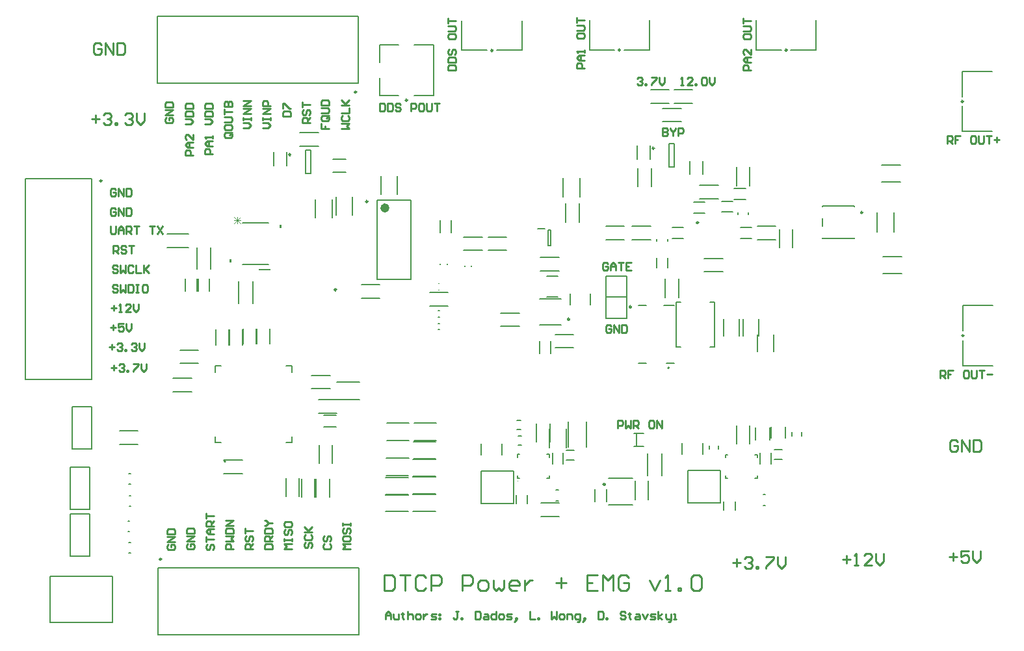
<source format=gto>
G04*
G04 #@! TF.GenerationSoftware,Altium Limited,Altium Designer,23.8.1 (32)*
G04*
G04 Layer_Color=65535*
%FSLAX25Y25*%
%MOIN*%
G70*
G04*
G04 #@! TF.SameCoordinates,9FE1DFA8-D547-43E1-8EB2-FABD993C7150*
G04*
G04*
G04 #@! TF.FilePolarity,Positive*
G04*
G01*
G75*
%ADD10C,0.02362*%
%ADD11C,0.00984*%
%ADD12C,0.00787*%
%ADD13C,0.01004*%
%ADD14C,0.00394*%
%ADD15C,0.00500*%
%ADD16C,0.00600*%
%ADD17C,0.01000*%
%ADD18C,0.00300*%
%ADD19R,0.05906X0.00787*%
G36*
X307550Y291392D02*
X306550D01*
Y289892D01*
X307550D01*
Y291392D01*
D02*
G37*
G36*
X332450Y309108D02*
X333450D01*
Y307608D01*
X332450D01*
Y309108D01*
D02*
G37*
D10*
X387457Y317839D02*
G03*
X387457Y317839I-1181J0D01*
G01*
D11*
X377516Y321185D02*
G03*
X377516Y321185I-492J0D01*
G01*
X512626Y267102D02*
G03*
X512626Y267102I-492J0D01*
G01*
X397854Y373146D02*
G03*
X397854Y373146I-492J0D01*
G01*
X241146Y331736D02*
G03*
X241146Y331736I-492J0D01*
G01*
X480953Y260760D02*
G03*
X480953Y260760I-492J0D01*
G01*
X338043Y345240D02*
G03*
X338043Y345240I-492J0D01*
G01*
X631272Y315520D02*
G03*
X631272Y315520I-492J0D01*
G01*
X524425Y348480D02*
G03*
X524425Y348480I-492J0D01*
G01*
X441614Y398657D02*
G03*
X441614Y398657I-492J0D01*
G01*
X506992Y398870D02*
G03*
X506992Y398870I-492J0D01*
G01*
X682862Y372500D02*
G03*
X682862Y372500I-492J0D01*
G01*
X592492Y398870D02*
G03*
X592492Y398870I-492J0D01*
G01*
X683150Y252378D02*
G03*
X683150Y252378I-492J0D01*
G01*
X271756Y137654D02*
G03*
X271756Y137654I-492J0D01*
G01*
X371728Y377346D02*
G03*
X371728Y377346I-492J0D01*
G01*
X499244Y176000D02*
G03*
X499244Y176000I-492J0D01*
G01*
X361429Y275945D02*
G03*
X361429Y275945I-492J0D01*
G01*
D12*
X532150Y235784D02*
G03*
X532150Y235784I-394J0D01*
G01*
X304630Y187787D02*
G03*
X304630Y187787I-394J0D01*
G01*
X382339Y281224D02*
X399661D01*
X382339Y321776D02*
X399661D01*
Y281224D02*
Y321776D01*
X382339Y281224D02*
Y321776D01*
X499693Y261354D02*
Y282850D01*
X510205D01*
Y261354D02*
Y282850D01*
X499693Y261354D02*
X510205D01*
X499693Y272102D02*
X510205D01*
X577366Y244169D02*
Y252831D01*
X585634Y244169D02*
Y252831D01*
X569866Y252169D02*
Y260831D01*
X578134Y252169D02*
Y260831D01*
X568134Y252169D02*
Y260831D01*
X559866Y252169D02*
Y260831D01*
X411260Y375508D02*
Y401492D01*
X401398Y375508D02*
X411260D01*
X383740D02*
X393327D01*
X383740Y401492D02*
X393327D01*
X401398D02*
X411260D01*
X383740Y375508D02*
Y384465D01*
Y392535D02*
Y401492D01*
X473520Y252961D02*
X483001D01*
X473520Y246039D02*
X483001D01*
X409259Y267539D02*
X418741D01*
X409259Y274461D02*
X418741D01*
X357961Y169499D02*
Y178980D01*
X351039Y169499D02*
Y178980D01*
X386779Y162059D02*
X398221D01*
X386779Y170941D02*
X398221D01*
X522961Y328759D02*
Y338241D01*
X516039Y328759D02*
Y338241D01*
X466259Y159539D02*
X475741D01*
X466259Y166461D02*
X475741D01*
X343539Y169499D02*
Y178980D01*
X350461Y169499D02*
Y178980D01*
X386779Y170559D02*
X398221D01*
X386779Y179441D02*
X398221D01*
X387028Y180559D02*
X398470D01*
X387028Y189441D02*
X398470D01*
X387279Y189559D02*
X398721D01*
X387279Y198441D02*
X398721D01*
X387279Y198559D02*
X398721D01*
X387279Y207441D02*
X398721D01*
X400779Y170941D02*
X412221D01*
X400779Y162059D02*
X412221D01*
X400779Y179941D02*
X412221D01*
X400779Y171059D02*
X412221D01*
X400779Y188941D02*
X412221D01*
X400779Y180059D02*
X412221D01*
X401279Y207441D02*
X412721D01*
X401279Y198559D02*
X412721D01*
X401028Y197941D02*
X412470D01*
X401028Y189059D02*
X412470D01*
X214496Y128791D02*
X246504D01*
Y105209D02*
Y128791D01*
X214496Y105209D02*
X246504D01*
X214496D02*
Y128791D01*
X547759Y329461D02*
X557241D01*
X547759Y322539D02*
X557241D01*
X549999Y285039D02*
X559480D01*
X549999Y291961D02*
X559480D01*
X303759Y188461D02*
X313241D01*
X303759Y181539D02*
X313241D01*
X413902Y275728D02*
X414098D01*
X413902Y279272D02*
X414098D01*
X595126Y200992D02*
Y202937D01*
X599874Y200992D02*
Y202937D01*
X311334Y268964D02*
Y280036D01*
X318666Y268964D02*
Y280036D01*
X327346Y248039D02*
Y255961D01*
X320654Y248039D02*
Y255961D01*
X515220Y195949D02*
Y202051D01*
X514138Y195653D02*
X518862D01*
X514138Y202346D02*
X518862D01*
X201874Y332976D02*
X236126D01*
X201874Y230024D02*
Y332976D01*
Y230024D02*
X236126D01*
Y332976D01*
X335539Y169759D02*
Y179241D01*
X342461Y169759D02*
Y179241D01*
X250259Y196539D02*
X259741D01*
X250259Y203461D02*
X259741D01*
X528320Y180627D02*
Y191698D01*
X520989Y180627D02*
Y191698D01*
X226016Y215748D02*
X236016D01*
Y194252D02*
Y215748D01*
X226016Y194252D02*
X236016D01*
X226016D02*
Y215748D01*
X414728Y288902D02*
Y289098D01*
X418272Y288902D02*
Y289098D01*
X427228Y287902D02*
Y288098D01*
X430772Y287902D02*
Y288098D01*
X465488Y271193D02*
X476512D01*
X465488Y257807D02*
X476512D01*
X471453Y243350D02*
Y249650D01*
X465547Y243350D02*
Y249650D01*
X481284Y268146D02*
Y273854D01*
X491716Y268146D02*
Y273854D01*
X445759Y263961D02*
X455241D01*
X445759Y257039D02*
X455241D01*
X469146Y282716D02*
X474854D01*
X469146Y272284D02*
X474854D01*
X225016Y184748D02*
X235016D01*
Y163252D02*
Y184748D01*
X225016Y163252D02*
X235016D01*
X225016D02*
Y184748D01*
Y160748D02*
X235016D01*
Y139252D02*
Y160748D01*
X225016Y139252D02*
X235016D01*
X225016D02*
Y160748D01*
X466020Y285539D02*
X475501D01*
X466020Y292461D02*
X475501D01*
X345622Y347504D02*
X348378D01*
Y335496D02*
Y347504D01*
X345622Y335496D02*
X348378D01*
X345622D02*
Y347504D01*
X255106Y181658D02*
X255894D01*
X255106Y176342D02*
X255894D01*
X255142Y170158D02*
X255929D01*
X255142Y164842D02*
X255929D01*
X254642Y157158D02*
X255429D01*
X254642Y151842D02*
X255429D01*
X535697Y246445D02*
X538020D01*
X552980D02*
X555303D01*
Y269555D01*
X535697D02*
X538020D01*
X552980D02*
X555303D01*
X535697Y246445D02*
Y269555D01*
X610504Y318748D02*
X627000D01*
Y302252D02*
Y302528D01*
Y318472D02*
Y318748D01*
X610504Y302252D02*
X627000D01*
X610504D02*
Y302528D01*
Y308472D02*
Y312528D01*
Y318472D02*
Y318748D01*
X435535Y166035D02*
X452465D01*
Y182965D01*
X435535D02*
X452465D01*
X435535Y166035D02*
Y182965D01*
X454350Y179189D02*
X455433D01*
X469410D02*
X470492D01*
X454350Y191394D02*
X455433D01*
X469410D02*
X470492D01*
X454350Y179189D02*
Y180567D01*
Y190016D02*
Y191394D01*
X470492Y179189D02*
Y180567D01*
Y190016D02*
Y191394D01*
X454493Y196126D02*
X456437D01*
X454493Y200874D02*
X456437D01*
X453993Y204126D02*
X455937D01*
X453993Y208874D02*
X455937D01*
X435685Y191146D02*
Y196854D01*
X446315Y191146D02*
Y196854D01*
X470961Y197759D02*
Y207241D01*
X464039Y197759D02*
Y207241D01*
X453547Y166335D02*
Y170665D01*
X459453Y166335D02*
Y170665D01*
X480456Y195331D02*
Y208159D01*
X489544Y195331D02*
Y208159D01*
X479457Y188500D02*
X483394D01*
X479457Y193500D02*
X483394D01*
X477702Y186461D02*
Y192259D01*
X472298Y186461D02*
Y192259D01*
X479331Y194716D02*
Y204395D01*
X470669Y194716D02*
Y204395D01*
X474051Y167646D02*
X475232D01*
X474051Y173354D02*
X475232D01*
X350768Y312752D02*
Y322248D01*
X359232Y312752D02*
Y322248D01*
X384268Y324752D02*
Y334248D01*
X392732Y324752D02*
Y334248D01*
X361268Y314193D02*
Y323689D01*
X369732Y314193D02*
Y323689D01*
X566539Y329259D02*
Y338741D01*
X573461Y329259D02*
Y338741D01*
X530039Y271999D02*
Y281480D01*
X536961Y271999D02*
Y281480D01*
X577259Y301539D02*
X586741D01*
X577259Y308461D02*
X586741D01*
X512999Y301539D02*
X522480D01*
X512999Y308461D02*
X522480D01*
X588539Y297520D02*
Y307001D01*
X595461Y297520D02*
Y307001D01*
X522499Y371539D02*
X531980D01*
X522499Y378461D02*
X531980D01*
X534520D02*
X544001D01*
X534520Y371539D02*
X544001D01*
X361779Y228441D02*
X373221D01*
X361779Y219559D02*
X373221D01*
X531256Y287350D02*
Y292350D01*
X525744Y287350D02*
Y292350D01*
X558914Y321202D02*
X564711D01*
X558914Y315798D02*
X564711D01*
X544601Y320702D02*
X550399D01*
X544601Y315298D02*
X550399D01*
X565414Y327702D02*
X571211D01*
X565414Y322298D02*
X571211D01*
X572756Y314508D02*
Y315492D01*
X567244Y314508D02*
Y315492D01*
X568601Y307702D02*
X574399D01*
X568601Y302298D02*
X574399D01*
X533601Y307702D02*
X539399D01*
X533601Y302298D02*
X539399D01*
X531256Y300965D02*
Y301949D01*
X525744Y300965D02*
Y301949D01*
X499499Y301539D02*
X508980D01*
X499499Y308461D02*
X508980D01*
X439259Y296039D02*
X448741D01*
X439259Y302961D02*
X448741D01*
X413803Y261925D02*
X414197D01*
X413803Y265075D02*
X414197D01*
X413803Y255425D02*
X414197D01*
X413803Y258575D02*
X414197D01*
X426759Y296039D02*
X436241D01*
X426759Y302961D02*
X436241D01*
X374259Y278461D02*
X383741D01*
X374259Y271539D02*
X383741D01*
X641567Y284071D02*
X651434D01*
X641567Y292929D02*
X651434D01*
X522346Y342819D02*
Y349905D01*
X515654Y342819D02*
Y349905D01*
X532004Y338736D02*
Y350744D01*
Y338736D02*
X534760D01*
Y350744D01*
X532004D02*
X534760D01*
X549358Y335076D02*
Y341966D01*
X542654Y335055D02*
Y341945D01*
X335846Y339457D02*
Y346543D01*
X329153Y339457D02*
Y346543D01*
X359534Y342858D02*
X366424D01*
X359555Y336154D02*
X366445D01*
X296453Y275350D02*
Y281650D01*
X290547Y275350D02*
Y281650D01*
X414547Y305350D02*
Y311650D01*
X420453Y305350D02*
Y311650D01*
X277752Y223630D02*
X287248D01*
X277752Y230370D02*
X287248D01*
X359370Y186774D02*
Y196270D01*
X352630Y186774D02*
Y196270D01*
X281252Y238130D02*
X290748D01*
X281252Y244870D02*
X290748D01*
X306653Y247539D02*
Y255461D01*
X313347Y247539D02*
Y255461D01*
X313653Y248039D02*
Y255961D01*
X320346Y248039D02*
Y255961D01*
X354850Y211453D02*
X361150D01*
X354850Y205547D02*
X361150D01*
X352252Y219370D02*
X361748D01*
X352252Y212630D02*
X361748D01*
X289953Y275350D02*
Y281650D01*
X284047Y275350D02*
Y281650D01*
X348774Y231870D02*
X358270D01*
X348774Y225130D02*
X358270D01*
X255106Y146158D02*
X255894D01*
X255106Y140842D02*
X255894D01*
X299654Y247539D02*
Y255461D01*
X306347Y247539D02*
Y255461D01*
X425768Y398697D02*
X438760D01*
X425768D02*
Y413854D01*
X456476Y398697D02*
Y413854D01*
X443484Y398697D02*
X456476D01*
X491146Y398909D02*
X504138D01*
X491146D02*
Y414067D01*
X521854Y398909D02*
Y414067D01*
X508862Y398909D02*
X521854D01*
X682409Y374862D02*
Y387854D01*
X697567D01*
X682409Y357146D02*
X697567D01*
X682409D02*
Y370138D01*
X576646Y398909D02*
X589638D01*
X576646D02*
Y414067D01*
X607354Y398909D02*
Y414067D01*
X594362Y398909D02*
X607354D01*
X682697Y254740D02*
Y267732D01*
X697854D01*
X682697Y237024D02*
X697854D01*
X682697D02*
Y250016D01*
X270024Y98874D02*
Y133126D01*
Y98874D02*
X372976D01*
Y133126D01*
X270024D02*
X372976D01*
X372476Y381874D02*
Y416126D01*
X269524D02*
X372476D01*
X269524Y381874D02*
Y416126D01*
Y381874D02*
X372476D01*
X477768Y323693D02*
Y333189D01*
X486232Y323693D02*
Y333189D01*
X464693Y307224D02*
X468433D01*
X469811Y298563D02*
Y306437D01*
Y298563D02*
X471189D01*
Y306437D01*
X469811D02*
X471189D01*
X647429Y305567D02*
Y315434D01*
X638571Y305567D02*
Y315434D01*
X640906Y331071D02*
X650772D01*
X640906Y339929D02*
X650772D01*
X501016Y165370D02*
X513221D01*
X501016Y179150D02*
X513221D01*
X274708Y304567D02*
X285780D01*
X274708Y297433D02*
X285780D01*
X499953Y167095D02*
Y173394D01*
X494047Y167095D02*
Y173394D01*
X521370Y168230D02*
Y177726D01*
X514630Y168230D02*
Y177726D01*
X479039Y310661D02*
Y320339D01*
X485961Y310661D02*
Y320339D01*
X528759Y362039D02*
X538241D01*
X528759Y368961D02*
X538241D01*
X561008Y179106D02*
X562090D01*
X576067D02*
X577150D01*
X561008Y191311D02*
X562090D01*
X576067D02*
X577150D01*
X561008Y179106D02*
Y180484D01*
Y189933D02*
Y191311D01*
X577150Y179106D02*
Y180484D01*
Y189933D02*
Y191311D01*
X584260Y199757D02*
Y205663D01*
X591740Y199757D02*
Y205663D01*
X549315Y191646D02*
Y197354D01*
X538685Y191646D02*
Y197354D01*
X552626Y194028D02*
Y195972D01*
X557374Y194028D02*
Y195972D01*
X342759Y349539D02*
X352241D01*
X342759Y356461D02*
X352241D01*
X583543Y198803D02*
Y205102D01*
X576457Y198803D02*
Y205102D01*
X573461Y196759D02*
Y206241D01*
X566539Y196759D02*
Y206241D01*
X289933Y286464D02*
Y297536D01*
X297067Y286464D02*
Y297536D01*
X541535Y166370D02*
Y183299D01*
X558465D01*
Y166370D02*
Y183299D01*
X541535Y166370D02*
X558465D01*
X580268Y165146D02*
X581449D01*
X580268Y170854D02*
X581449D01*
X586031Y189000D02*
X589968D01*
X586031Y194000D02*
X589968D01*
X584202Y186461D02*
Y192259D01*
X578798Y186461D02*
Y192259D01*
X560047Y162835D02*
Y167165D01*
X565953Y162835D02*
Y167165D01*
D13*
X547110Y310311D02*
G03*
X547110Y310311I-502J0D01*
G01*
D14*
X454547Y177614D02*
G03*
X454547Y177614I-197J0D01*
G01*
X561205Y177532D02*
G03*
X561205Y177532I-197J0D01*
G01*
D15*
X516465Y238138D02*
X520224D01*
X530776D02*
X534535D01*
X516465Y267862D02*
X520224D01*
X529437D02*
X534535D01*
X338685Y233653D02*
Y236764D01*
X299315Y233653D02*
Y236764D01*
X338685Y197394D02*
Y200504D01*
X299315Y197394D02*
Y200504D01*
X335575Y236764D02*
X338685D01*
X299315D02*
X302425D01*
X335575Y197394D02*
X338685D01*
X299315D02*
X302425D01*
D16*
X313400Y288750D02*
X326600D01*
X313400Y310250D02*
X326600D01*
D17*
X502166Y257332D02*
X501499Y257999D01*
X500166D01*
X499500Y257332D01*
Y254666D01*
X500166Y254000D01*
X501499D01*
X502166Y254666D01*
Y255999D01*
X500833D01*
X503499Y254000D02*
Y257999D01*
X506165Y254000D01*
Y257999D01*
X507497D02*
Y254000D01*
X509497D01*
X510163Y254666D01*
Y257332D01*
X509497Y257999D01*
X507497D01*
X500666Y289332D02*
X499999Y289999D01*
X498666D01*
X498000Y289332D01*
Y286666D01*
X498666Y286000D01*
X499999D01*
X500666Y286666D01*
Y287999D01*
X499333D01*
X501999Y286000D02*
Y288666D01*
X503332Y289999D01*
X504665Y288666D01*
Y286000D01*
Y287999D01*
X501999D01*
X505997Y289999D02*
X508663D01*
X507330D01*
Y286000D01*
X512662Y289999D02*
X509996D01*
Y286000D01*
X512662D01*
X509996Y287999D02*
X511329D01*
X564500Y135999D02*
X568499D01*
X566499Y137998D02*
Y134000D01*
X570498Y137998D02*
X571498Y138998D01*
X573497D01*
X574497Y137998D01*
Y136999D01*
X573497Y135999D01*
X572497D01*
X573497D01*
X574497Y134999D01*
Y134000D01*
X573497Y133000D01*
X571498D01*
X570498Y134000D01*
X576496Y133000D02*
Y134000D01*
X577496D01*
Y133000D01*
X576496D01*
X581495Y138998D02*
X585493D01*
Y137998D01*
X581495Y134000D01*
Y133000D01*
X587493Y138998D02*
Y134999D01*
X589492Y133000D01*
X591491Y134999D01*
Y138998D01*
X386500Y106833D02*
Y109499D01*
X387833Y110832D01*
X389166Y109499D01*
Y106833D01*
Y108832D01*
X386500D01*
X390499Y109499D02*
Y107499D01*
X391165Y106833D01*
X393164D01*
Y109499D01*
X395164Y110165D02*
Y109499D01*
X394497D01*
X395830D01*
X395164D01*
Y107499D01*
X395830Y106833D01*
X397830Y110832D02*
Y106833D01*
Y108832D01*
X398496Y109499D01*
X399829D01*
X400495Y108832D01*
Y106833D01*
X402495D02*
X403828D01*
X404494Y107499D01*
Y108832D01*
X403828Y109499D01*
X402495D01*
X401828Y108832D01*
Y107499D01*
X402495Y106833D01*
X405827Y109499D02*
Y106833D01*
Y108166D01*
X406494Y108832D01*
X407160Y109499D01*
X407827D01*
X409826Y106833D02*
X411825D01*
X412492Y107499D01*
X411825Y108166D01*
X410492D01*
X409826Y108832D01*
X410492Y109499D01*
X412492D01*
X413825D02*
X414491D01*
Y108832D01*
X413825D01*
Y109499D01*
Y107499D02*
X414491D01*
Y106833D01*
X413825D01*
Y107499D01*
X423821Y110832D02*
X422488D01*
X423155D01*
Y107499D01*
X422488Y106833D01*
X421822D01*
X421156Y107499D01*
X425154Y106833D02*
Y107499D01*
X425821D01*
Y106833D01*
X425154D01*
X432485Y110832D02*
Y106833D01*
X434484D01*
X435151Y107499D01*
Y110165D01*
X434484Y110832D01*
X432485D01*
X437150Y109499D02*
X438483D01*
X439150Y108832D01*
Y106833D01*
X437150D01*
X436484Y107499D01*
X437150Y108166D01*
X439150D01*
X443148Y110832D02*
Y106833D01*
X441149D01*
X440483Y107499D01*
Y108832D01*
X441149Y109499D01*
X443148D01*
X445148Y106833D02*
X446481D01*
X447147Y107499D01*
Y108832D01*
X446481Y109499D01*
X445148D01*
X444481Y108832D01*
Y107499D01*
X445148Y106833D01*
X448480D02*
X450479D01*
X451146Y107499D01*
X450479Y108166D01*
X449147D01*
X448480Y108832D01*
X449147Y109499D01*
X451146D01*
X453145Y106167D02*
X453812Y106833D01*
Y107499D01*
X453145D01*
Y106833D01*
X453812D01*
X453145Y106167D01*
X452479Y105500D01*
X460476Y110832D02*
Y106833D01*
X463142D01*
X464475D02*
Y107499D01*
X465141D01*
Y106833D01*
X464475D01*
X471806Y110832D02*
Y106833D01*
X473139Y108166D01*
X474472Y106833D01*
Y110832D01*
X476471Y106833D02*
X477804D01*
X478470Y107499D01*
Y108832D01*
X477804Y109499D01*
X476471D01*
X475805Y108832D01*
Y107499D01*
X476471Y106833D01*
X479803D02*
Y109499D01*
X481803D01*
X482469Y108832D01*
Y106833D01*
X485135Y105500D02*
X485801D01*
X486468Y106167D01*
Y109499D01*
X484468D01*
X483802Y108832D01*
Y107499D01*
X484468Y106833D01*
X486468D01*
X488467Y106167D02*
X489134Y106833D01*
Y107499D01*
X488467D01*
Y106833D01*
X489134D01*
X488467Y106167D01*
X487801Y105500D01*
X495798Y110832D02*
Y106833D01*
X497797D01*
X498464Y107499D01*
Y110165D01*
X497797Y110832D01*
X495798D01*
X499797Y106833D02*
Y107499D01*
X500463D01*
Y106833D01*
X499797D01*
X509794Y110165D02*
X509127Y110832D01*
X507794D01*
X507128Y110165D01*
Y109499D01*
X507794Y108832D01*
X509127D01*
X509794Y108166D01*
Y107499D01*
X509127Y106833D01*
X507794D01*
X507128Y107499D01*
X511793Y110165D02*
Y109499D01*
X511127D01*
X512459D01*
X511793D01*
Y107499D01*
X512459Y106833D01*
X515125Y109499D02*
X516458D01*
X517125Y108832D01*
Y106833D01*
X515125D01*
X514459Y107499D01*
X515125Y108166D01*
X517125D01*
X518457Y109499D02*
X519790Y106833D01*
X521123Y109499D01*
X522456Y106833D02*
X524455D01*
X525122Y107499D01*
X524455Y108166D01*
X523123D01*
X522456Y108832D01*
X523123Y109499D01*
X525122D01*
X526455Y106833D02*
Y110832D01*
Y108166D02*
X528454Y109499D01*
X526455Y108166D02*
X528454Y106833D01*
X530454Y109499D02*
Y107499D01*
X531120Y106833D01*
X533119D01*
Y106167D01*
X532453Y105500D01*
X531786D01*
X533119Y106833D02*
Y109499D01*
X534452Y106833D02*
X535785D01*
X535119D01*
Y109499D01*
X534452D01*
X671000Y230500D02*
Y234499D01*
X672999D01*
X673666Y233832D01*
Y232499D01*
X672999Y231833D01*
X671000D01*
X672333D02*
X673666Y230500D01*
X677665Y234499D02*
X674999D01*
Y232499D01*
X676332D01*
X674999D01*
Y230500D01*
X684996Y234499D02*
X683663D01*
X682996Y233832D01*
Y231166D01*
X683663Y230500D01*
X684996D01*
X685662Y231166D01*
Y233832D01*
X684996Y234499D01*
X686995D02*
Y231166D01*
X687661Y230500D01*
X688994D01*
X689661Y231166D01*
Y234499D01*
X690993D02*
X693659D01*
X692326D01*
Y230500D01*
X694992Y232499D02*
X697658D01*
X674500Y351000D02*
Y354999D01*
X676499D01*
X677166Y354332D01*
Y352999D01*
X676499Y352333D01*
X674500D01*
X675833D02*
X677166Y351000D01*
X681165Y354999D02*
X678499D01*
Y352999D01*
X679832D01*
X678499D01*
Y351000D01*
X688495Y354999D02*
X687163D01*
X686496Y354332D01*
Y351666D01*
X687163Y351000D01*
X688495D01*
X689162Y351666D01*
Y354332D01*
X688495Y354999D01*
X690495D02*
Y351666D01*
X691161Y351000D01*
X692494D01*
X693161Y351666D01*
Y354999D01*
X694493D02*
X697159D01*
X695826D01*
Y351000D01*
X698492Y352999D02*
X701158D01*
X699825Y354332D02*
Y351666D01*
X574000Y388500D02*
X570001D01*
Y390499D01*
X570668Y391166D01*
X572001D01*
X572667Y390499D01*
Y388500D01*
X574000Y392499D02*
X571334D01*
X570001Y393832D01*
X571334Y395164D01*
X574000D01*
X572001D01*
Y392499D01*
X574000Y399163D02*
Y396497D01*
X571334Y399163D01*
X570668D01*
X570001Y398497D01*
Y397164D01*
X570668Y396497D01*
X570001Y406494D02*
Y405161D01*
X570668Y404495D01*
X573334D01*
X574000Y405161D01*
Y406494D01*
X573334Y407161D01*
X570668D01*
X570001Y406494D01*
Y408494D02*
X573334D01*
X574000Y409160D01*
Y410493D01*
X573334Y411159D01*
X570001D01*
Y412492D02*
Y415158D01*
Y413825D01*
X574000D01*
X488500Y389500D02*
X484501D01*
Y391499D01*
X485168Y392166D01*
X486501D01*
X487167Y391499D01*
Y389500D01*
X488500Y393499D02*
X485834D01*
X484501Y394832D01*
X485834Y396164D01*
X488500D01*
X486501D01*
Y393499D01*
X488500Y397497D02*
Y398830D01*
Y398164D01*
X484501D01*
X485168Y397497D01*
X484501Y406828D02*
Y405495D01*
X485168Y404828D01*
X487834D01*
X488500Y405495D01*
Y406828D01*
X487834Y407494D01*
X485168D01*
X484501Y406828D01*
Y408827D02*
X487834D01*
X488500Y409494D01*
Y410826D01*
X487834Y411493D01*
X484501D01*
Y412826D02*
Y415492D01*
Y414159D01*
X488500D01*
X418501Y388500D02*
X422500D01*
Y390499D01*
X421834Y391166D01*
X419168D01*
X418501Y390499D01*
Y388500D01*
Y392499D02*
X422500D01*
Y394498D01*
X421834Y395164D01*
X419168D01*
X418501Y394498D01*
Y392499D01*
X419168Y399163D02*
X418501Y398497D01*
Y397164D01*
X419168Y396497D01*
X419834D01*
X420501Y397164D01*
Y398497D01*
X421167Y399163D01*
X421834D01*
X422500Y398497D01*
Y397164D01*
X421834Y396497D01*
X418501Y406494D02*
Y405161D01*
X419168Y404495D01*
X421834D01*
X422500Y405161D01*
Y406494D01*
X421834Y407161D01*
X419168D01*
X418501Y406494D01*
Y408494D02*
X421834D01*
X422500Y409160D01*
Y410493D01*
X421834Y411159D01*
X418501D01*
Y412492D02*
Y415158D01*
Y413825D01*
X422500D01*
X383500Y371499D02*
Y367500D01*
X385499D01*
X386166Y368166D01*
Y370832D01*
X385499Y371499D01*
X383500D01*
X387499D02*
Y367500D01*
X389498D01*
X390164Y368166D01*
Y370832D01*
X389498Y371499D01*
X387499D01*
X394163Y370832D02*
X393497Y371499D01*
X392164D01*
X391497Y370832D01*
Y370166D01*
X392164Y369499D01*
X393497D01*
X394163Y368833D01*
Y368166D01*
X393497Y367500D01*
X392164D01*
X391497Y368166D01*
X399495Y367500D02*
Y371499D01*
X401494D01*
X402161Y370832D01*
Y369499D01*
X401494Y368833D01*
X399495D01*
X405493Y371499D02*
X404160D01*
X403494Y370832D01*
Y368166D01*
X404160Y367500D01*
X405493D01*
X406159Y368166D01*
Y370832D01*
X405493Y371499D01*
X407492D02*
Y368166D01*
X408159Y367500D01*
X409492D01*
X410158Y368166D01*
Y371499D01*
X411491D02*
X414157D01*
X412824D01*
Y367500D01*
X386000Y129497D02*
Y121500D01*
X389999D01*
X391332Y122833D01*
Y128165D01*
X389999Y129497D01*
X386000D01*
X393997D02*
X399329D01*
X396663D01*
Y121500D01*
X407326Y128165D02*
X405994Y129497D01*
X403328D01*
X401995Y128165D01*
Y122833D01*
X403328Y121500D01*
X405994D01*
X407326Y122833D01*
X409992Y121500D02*
Y129497D01*
X413991D01*
X415324Y128165D01*
Y125499D01*
X413991Y124166D01*
X409992D01*
X425987Y121500D02*
Y129497D01*
X429986D01*
X431319Y128165D01*
Y125499D01*
X429986Y124166D01*
X425987D01*
X435317Y121500D02*
X437983D01*
X439316Y122833D01*
Y125499D01*
X437983Y126832D01*
X435317D01*
X433985Y125499D01*
Y122833D01*
X435317Y121500D01*
X441982Y126832D02*
Y122833D01*
X443315Y121500D01*
X444648Y122833D01*
X445981Y121500D01*
X447313Y122833D01*
Y126832D01*
X453978Y121500D02*
X451312D01*
X449979Y122833D01*
Y125499D01*
X451312Y126832D01*
X453978D01*
X455311Y125499D01*
Y124166D01*
X449979D01*
X457977Y126832D02*
Y121500D01*
Y124166D01*
X459310Y125499D01*
X460642Y126832D01*
X461975D01*
X473972Y125499D02*
X479303D01*
X476637Y128165D02*
Y122833D01*
X495298Y129497D02*
X489966D01*
Y121500D01*
X495298D01*
X489966Y125499D02*
X492632D01*
X497964Y121500D02*
Y129497D01*
X500630Y126832D01*
X503295Y129497D01*
Y121500D01*
X511293Y128165D02*
X509960Y129497D01*
X507294D01*
X505961Y128165D01*
Y122833D01*
X507294Y121500D01*
X509960D01*
X511293Y122833D01*
Y125499D01*
X508627D01*
X521956Y126832D02*
X524622Y121500D01*
X527288Y126832D01*
X529953Y121500D02*
X532619D01*
X531286D01*
Y129497D01*
X529953Y128165D01*
X536618Y121500D02*
Y122833D01*
X537951D01*
Y121500D01*
X536618D01*
X543282Y128165D02*
X544615Y129497D01*
X547281D01*
X548614Y128165D01*
Y122833D01*
X547281Y121500D01*
X544615D01*
X543282Y122833D01*
Y128165D01*
X679999Y197998D02*
X678999Y198998D01*
X677000D01*
X676000Y197998D01*
Y194000D01*
X677000Y193000D01*
X678999D01*
X679999Y194000D01*
Y195999D01*
X677999D01*
X681998Y193000D02*
Y198998D01*
X685997Y193000D01*
Y198998D01*
X687996D02*
Y193000D01*
X690995D01*
X691995Y194000D01*
Y197998D01*
X690995Y198998D01*
X687996D01*
X675500Y138999D02*
X679499D01*
X677499Y140998D02*
Y137000D01*
X685497Y141998D02*
X681498D01*
Y138999D01*
X683497Y139999D01*
X684497D01*
X685497Y138999D01*
Y137000D01*
X684497Y136000D01*
X682498D01*
X681498Y137000D01*
X687496Y141998D02*
Y137999D01*
X689496Y136000D01*
X691495Y137999D01*
Y141998D01*
X621000Y137499D02*
X624999D01*
X622999Y139498D02*
Y135500D01*
X626998Y134500D02*
X628997D01*
X627998D01*
Y140498D01*
X626998Y139498D01*
X635995Y134500D02*
X631996D01*
X635995Y138499D01*
Y139498D01*
X634996Y140498D01*
X632996D01*
X631996Y139498D01*
X637994Y140498D02*
Y136499D01*
X639994Y134500D01*
X641993Y136499D01*
Y140498D01*
X240999Y401498D02*
X239999Y402498D01*
X238000D01*
X237000Y401498D01*
Y397500D01*
X238000Y396500D01*
X239999D01*
X240999Y397500D01*
Y399499D01*
X238999D01*
X242998Y396500D02*
Y402498D01*
X246997Y396500D01*
Y402498D01*
X248996D02*
Y396500D01*
X251995D01*
X252995Y397500D01*
Y401498D01*
X251995Y402498D01*
X248996D01*
X236000Y363499D02*
X239999D01*
X237999Y365498D02*
Y361500D01*
X241998Y365498D02*
X242998Y366498D01*
X244997D01*
X245997Y365498D01*
Y364499D01*
X244997Y363499D01*
X243997D01*
X244997D01*
X245997Y362499D01*
Y361500D01*
X244997Y360500D01*
X242998D01*
X241998Y361500D01*
X247996Y360500D02*
Y361500D01*
X248996D01*
Y360500D01*
X247996D01*
X252994Y365498D02*
X253994Y366498D01*
X255994D01*
X256993Y365498D01*
Y364499D01*
X255994Y363499D01*
X254994D01*
X255994D01*
X256993Y362499D01*
Y361500D01*
X255994Y360500D01*
X253994D01*
X252994Y361500D01*
X258993Y366498D02*
Y362499D01*
X260992Y360500D01*
X262991Y362499D01*
Y366498D01*
X275168Y145166D02*
X274501Y144499D01*
Y143166D01*
X275168Y142500D01*
X277834D01*
X278500Y143166D01*
Y144499D01*
X277834Y145166D01*
X276501D01*
Y143833D01*
X278500Y146499D02*
X274501D01*
X278500Y149164D01*
X274501D01*
Y150497D02*
X278500D01*
Y152497D01*
X277834Y153163D01*
X275168D01*
X274501Y152497D01*
Y150497D01*
X285168Y145666D02*
X284501Y144999D01*
Y143667D01*
X285168Y143000D01*
X287834D01*
X288500Y143667D01*
Y144999D01*
X287834Y145666D01*
X286501D01*
Y144333D01*
X288500Y146999D02*
X284501D01*
X288500Y149664D01*
X284501D01*
Y150997D02*
X288500D01*
Y152997D01*
X287834Y153663D01*
X285168D01*
X284501Y152997D01*
Y150997D01*
X295275Y145202D02*
X294609Y144535D01*
Y143202D01*
X295275Y142536D01*
X295942D01*
X296608Y143202D01*
Y144535D01*
X297275Y145202D01*
X297941D01*
X298608Y144535D01*
Y143202D01*
X297941Y142536D01*
X294609Y146535D02*
Y149200D01*
Y147868D01*
X298608D01*
Y150533D02*
X295942D01*
X294609Y151866D01*
X295942Y153199D01*
X298608D01*
X296608D01*
Y150533D01*
X298608Y154532D02*
X294609D01*
Y156532D01*
X295275Y157198D01*
X296608D01*
X297275Y156532D01*
Y154532D01*
Y155865D02*
X298608Y157198D01*
X294609Y158531D02*
Y161197D01*
Y159864D01*
X298608D01*
X308500Y143000D02*
X304501D01*
Y144999D01*
X305168Y145666D01*
X306501D01*
X307167Y144999D01*
Y143000D01*
X304501Y146999D02*
X308500D01*
X307167Y148332D01*
X308500Y149664D01*
X304501D01*
Y150997D02*
X308500D01*
Y152997D01*
X307834Y153663D01*
X305168D01*
X304501Y152997D01*
Y150997D01*
X308500Y154996D02*
X304501D01*
X308500Y157662D01*
X304501D01*
X318500Y143000D02*
X314501D01*
Y144999D01*
X315168Y145666D01*
X316501D01*
X317167Y144999D01*
Y143000D01*
Y144333D02*
X318500Y145666D01*
X315168Y149664D02*
X314501Y148998D01*
Y147665D01*
X315168Y146999D01*
X315834D01*
X316501Y147665D01*
Y148998D01*
X317167Y149664D01*
X317834D01*
X318500Y148998D01*
Y147665D01*
X317834Y146999D01*
X314501Y150997D02*
Y153663D01*
Y152330D01*
X318500D01*
X324501Y143000D02*
X328500D01*
Y144999D01*
X327834Y145666D01*
X325168D01*
X324501Y144999D01*
Y143000D01*
X328500Y146999D02*
X324501D01*
Y148998D01*
X325168Y149664D01*
X326501D01*
X327167Y148998D01*
Y146999D01*
Y148332D02*
X328500Y149664D01*
X324501Y150997D02*
X328500D01*
Y152997D01*
X327834Y153663D01*
X325168D01*
X324501Y152997D01*
Y150997D01*
Y154996D02*
X325168D01*
X326501Y156329D01*
X325168Y157662D01*
X324501D01*
X326501Y156329D02*
X328500D01*
X338500Y143000D02*
X334501D01*
X335834Y144333D01*
X334501Y145666D01*
X338500D01*
X334501Y146999D02*
Y148332D01*
Y147665D01*
X338500D01*
Y146999D01*
Y148332D01*
X335168Y152997D02*
X334501Y152330D01*
Y150997D01*
X335168Y150331D01*
X335834D01*
X336501Y150997D01*
Y152330D01*
X337167Y152997D01*
X337834D01*
X338500Y152330D01*
Y150997D01*
X337834Y150331D01*
X334501Y156329D02*
Y154996D01*
X335168Y154330D01*
X337834D01*
X338500Y154996D01*
Y156329D01*
X337834Y156995D01*
X335168D01*
X334501Y156329D01*
X345668Y146166D02*
X345001Y145499D01*
Y144167D01*
X345668Y143500D01*
X346334D01*
X347001Y144167D01*
Y145499D01*
X347667Y146166D01*
X348334D01*
X349000Y145499D01*
Y144167D01*
X348334Y143500D01*
X345668Y150164D02*
X345001Y149498D01*
Y148165D01*
X345668Y147499D01*
X348334D01*
X349000Y148165D01*
Y149498D01*
X348334Y150164D01*
X345001Y151497D02*
X349000D01*
X347667D01*
X345001Y154163D01*
X347001Y152164D01*
X349000Y154163D01*
X355168Y145666D02*
X354501Y144999D01*
Y143667D01*
X355168Y143000D01*
X357834D01*
X358500Y143667D01*
Y144999D01*
X357834Y145666D01*
X355168Y149664D02*
X354501Y148998D01*
Y147665D01*
X355168Y146999D01*
X355834D01*
X356501Y147665D01*
Y148998D01*
X357167Y149664D01*
X357834D01*
X358500Y148998D01*
Y147665D01*
X357834Y146999D01*
X368500Y143000D02*
X364501D01*
X365834Y144333D01*
X364501Y145666D01*
X368500D01*
X364501Y148998D02*
Y147665D01*
X365168Y146999D01*
X367834D01*
X368500Y147665D01*
Y148998D01*
X367834Y149664D01*
X365168D01*
X364501Y148998D01*
X365168Y153663D02*
X364501Y152997D01*
Y151664D01*
X365168Y150997D01*
X365834D01*
X366501Y151664D01*
Y152997D01*
X367167Y153663D01*
X367834D01*
X368500Y152997D01*
Y151664D01*
X367834Y150997D01*
X364501Y154996D02*
Y156329D01*
Y155663D01*
X368500D01*
Y154996D01*
Y156329D01*
X246000Y235999D02*
X248666D01*
X247333Y237332D02*
Y234666D01*
X249999Y237332D02*
X250665Y237999D01*
X251998D01*
X252664Y237332D01*
Y236666D01*
X251998Y235999D01*
X251332D01*
X251998D01*
X252664Y235333D01*
Y234666D01*
X251998Y234000D01*
X250665D01*
X249999Y234666D01*
X253997Y234000D02*
Y234666D01*
X254664D01*
Y234000D01*
X253997D01*
X257330Y237999D02*
X259996D01*
Y237332D01*
X257330Y234666D01*
Y234000D01*
X261328Y237999D02*
Y235333D01*
X262661Y234000D01*
X263994Y235333D01*
Y237999D01*
X245000Y246499D02*
X247666D01*
X246333Y247832D02*
Y245166D01*
X248999Y247832D02*
X249665Y248499D01*
X250998D01*
X251664Y247832D01*
Y247166D01*
X250998Y246499D01*
X250332D01*
X250998D01*
X251664Y245833D01*
Y245166D01*
X250998Y244500D01*
X249665D01*
X248999Y245166D01*
X252997Y244500D02*
Y245166D01*
X253664D01*
Y244500D01*
X252997D01*
X256330Y247832D02*
X256996Y248499D01*
X258329D01*
X258996Y247832D01*
Y247166D01*
X258329Y246499D01*
X257663D01*
X258329D01*
X258996Y245833D01*
Y245166D01*
X258329Y244500D01*
X256996D01*
X256330Y245166D01*
X260328Y248499D02*
Y245833D01*
X261661Y244500D01*
X262994Y245833D01*
Y248499D01*
X245500Y256499D02*
X248166D01*
X246833Y257832D02*
Y255166D01*
X252165Y258499D02*
X249499D01*
Y256499D01*
X250832Y257166D01*
X251498D01*
X252165Y256499D01*
Y255166D01*
X251498Y254500D01*
X250165D01*
X249499Y255166D01*
X253497Y258499D02*
Y255833D01*
X254830Y254500D01*
X256163Y255833D01*
Y258499D01*
X246000Y266499D02*
X248666D01*
X247333Y267832D02*
Y265166D01*
X249999Y264500D02*
X251332D01*
X250665D01*
Y268499D01*
X249999Y267832D01*
X255997Y264500D02*
X253331D01*
X255997Y267166D01*
Y267832D01*
X255330Y268499D01*
X253997D01*
X253331Y267832D01*
X257330Y268499D02*
Y265833D01*
X258663Y264500D01*
X259996Y265833D01*
Y268499D01*
X249166Y277832D02*
X248499Y278499D01*
X247166D01*
X246500Y277832D01*
Y277166D01*
X247166Y276499D01*
X248499D01*
X249166Y275833D01*
Y275166D01*
X248499Y274500D01*
X247166D01*
X246500Y275166D01*
X250499Y278499D02*
Y274500D01*
X251832Y275833D01*
X253165Y274500D01*
Y278499D01*
X254497D02*
Y274500D01*
X256497D01*
X257163Y275166D01*
Y277832D01*
X256497Y278499D01*
X254497D01*
X258496D02*
X259829D01*
X259163D01*
Y274500D01*
X258496D01*
X259829D01*
X263828Y278499D02*
X262495D01*
X261828Y277832D01*
Y275166D01*
X262495Y274500D01*
X263828D01*
X264494Y275166D01*
Y277832D01*
X263828Y278499D01*
X249166Y287832D02*
X248499Y288499D01*
X247166D01*
X246500Y287832D01*
Y287166D01*
X247166Y286499D01*
X248499D01*
X249166Y285833D01*
Y285166D01*
X248499Y284500D01*
X247166D01*
X246500Y285166D01*
X250499Y288499D02*
Y284500D01*
X251832Y285833D01*
X253165Y284500D01*
Y288499D01*
X257163Y287832D02*
X256497Y288499D01*
X255164D01*
X254497Y287832D01*
Y285166D01*
X255164Y284500D01*
X256497D01*
X257163Y285166D01*
X258496Y288499D02*
Y284500D01*
X261162D01*
X262495Y288499D02*
Y284500D01*
Y285833D01*
X265161Y288499D01*
X263161Y286499D01*
X265161Y284500D01*
X247000Y294500D02*
Y298499D01*
X248999D01*
X249666Y297832D01*
Y296499D01*
X248999Y295833D01*
X247000D01*
X248333D02*
X249666Y294500D01*
X253664Y297832D02*
X252998Y298499D01*
X251665D01*
X250999Y297832D01*
Y297166D01*
X251665Y296499D01*
X252998D01*
X253664Y295833D01*
Y295166D01*
X252998Y294500D01*
X251665D01*
X250999Y295166D01*
X254997Y298499D02*
X257663D01*
X256330D01*
Y294500D01*
X245500Y308499D02*
Y305166D01*
X246166Y304500D01*
X247499D01*
X248166Y305166D01*
Y308499D01*
X249499Y304500D02*
Y307166D01*
X250832Y308499D01*
X252165Y307166D01*
Y304500D01*
Y306499D01*
X249499D01*
X253497Y304500D02*
Y308499D01*
X255497D01*
X256163Y307832D01*
Y306499D01*
X255497Y305833D01*
X253497D01*
X254830D02*
X256163Y304500D01*
X257496Y308499D02*
X260162D01*
X258829D01*
Y304500D01*
X265494Y308499D02*
X268159D01*
X266827D01*
Y304500D01*
X269492Y308499D02*
X272158Y304500D01*
Y308499D02*
X269492Y304500D01*
X248166Y317332D02*
X247499Y317999D01*
X246166D01*
X245500Y317332D01*
Y314666D01*
X246166Y314000D01*
X247499D01*
X248166Y314666D01*
Y315999D01*
X246833D01*
X249499Y314000D02*
Y317999D01*
X252165Y314000D01*
Y317999D01*
X253497D02*
Y314000D01*
X255497D01*
X256163Y314666D01*
Y317332D01*
X255497Y317999D01*
X253497D01*
X248166Y327332D02*
X247499Y327999D01*
X246166D01*
X245500Y327332D01*
Y324666D01*
X246166Y324000D01*
X247499D01*
X248166Y324666D01*
Y325999D01*
X246833D01*
X249499Y324000D02*
Y327999D01*
X252165Y324000D01*
Y327999D01*
X253497D02*
Y324000D01*
X255497D01*
X256163Y324666D01*
Y327332D01*
X255497Y327999D01*
X253497D01*
X274168Y364166D02*
X273501Y363499D01*
Y362166D01*
X274168Y361500D01*
X276834D01*
X277500Y362166D01*
Y363499D01*
X276834Y364166D01*
X275501D01*
Y362833D01*
X277500Y365499D02*
X273501D01*
X277500Y368164D01*
X273501D01*
Y369497D02*
X277500D01*
Y371497D01*
X276834Y372163D01*
X274168D01*
X273501Y371497D01*
Y369497D01*
X288000Y345000D02*
X284001D01*
Y346999D01*
X284668Y347666D01*
X286001D01*
X286667Y346999D01*
Y345000D01*
X288000Y348999D02*
X285334D01*
X284001Y350332D01*
X285334Y351664D01*
X288000D01*
X286001D01*
Y348999D01*
X288000Y355663D02*
Y352997D01*
X285334Y355663D01*
X284668D01*
X284001Y354997D01*
Y353664D01*
X284668Y352997D01*
X284001Y360995D02*
X286667D01*
X288000Y362328D01*
X286667Y363661D01*
X284001D01*
Y364994D02*
X288000D01*
Y366993D01*
X287334Y367659D01*
X284668D01*
X284001Y366993D01*
Y364994D01*
Y368992D02*
X288000D01*
Y370992D01*
X287334Y371658D01*
X284668D01*
X284001Y370992D01*
Y368992D01*
X298000Y345500D02*
X294001D01*
Y347499D01*
X294668Y348166D01*
X296001D01*
X296667Y347499D01*
Y345500D01*
X298000Y349499D02*
X295334D01*
X294001Y350832D01*
X295334Y352165D01*
X298000D01*
X296001D01*
Y349499D01*
X298000Y353497D02*
Y354830D01*
Y354164D01*
X294001D01*
X294668Y353497D01*
X294001Y360828D02*
X296667D01*
X298000Y362161D01*
X296667Y363494D01*
X294001D01*
Y364827D02*
X298000D01*
Y366827D01*
X297334Y367493D01*
X294668D01*
X294001Y366827D01*
Y364827D01*
Y368826D02*
X298000D01*
Y370825D01*
X297334Y371492D01*
X294668D01*
X294001Y370825D01*
Y368826D01*
X307334Y356666D02*
X304668D01*
X304001Y355999D01*
Y354666D01*
X304668Y354000D01*
X307334D01*
X308000Y354666D01*
Y355999D01*
X306667Y355333D02*
X308000Y356666D01*
Y355999D02*
X307334Y356666D01*
X304001Y359998D02*
Y358665D01*
X304668Y357999D01*
X307334D01*
X308000Y358665D01*
Y359998D01*
X307334Y360665D01*
X304668D01*
X304001Y359998D01*
Y361997D02*
X307334D01*
X308000Y362664D01*
Y363997D01*
X307334Y364663D01*
X304001D01*
Y365996D02*
Y368662D01*
Y367329D01*
X308000D01*
X304001Y369995D02*
X308000D01*
Y371994D01*
X307334Y372661D01*
X306667D01*
X306001Y371994D01*
Y369995D01*
Y371994D01*
X305334Y372661D01*
X304668D01*
X304001Y371994D01*
Y369995D01*
X313541Y358833D02*
X316207D01*
X317540Y360166D01*
X316207Y361498D01*
X313541D01*
Y362831D02*
Y364164D01*
Y363498D01*
X317540D01*
Y362831D01*
Y364164D01*
Y366164D02*
X313541D01*
X317540Y368829D01*
X313541D01*
X317540Y370162D02*
X313541D01*
X317540Y372828D01*
X313541D01*
X323501Y359000D02*
X326167D01*
X327500Y360333D01*
X326167Y361666D01*
X323501D01*
Y362999D02*
Y364332D01*
Y363665D01*
X327500D01*
Y362999D01*
Y364332D01*
Y366331D02*
X323501D01*
X327500Y368997D01*
X323501D01*
X327500Y370330D02*
X323501D01*
Y372329D01*
X324168Y372995D01*
X325501D01*
X326167Y372329D01*
Y370330D01*
X334001Y365000D02*
X338000D01*
Y366999D01*
X337334Y367666D01*
X334668D01*
X334001Y366999D01*
Y365000D01*
Y368999D02*
Y371665D01*
X334668D01*
X337334Y368999D01*
X338000D01*
X348000Y361500D02*
X344001D01*
Y363499D01*
X344668Y364166D01*
X346001D01*
X346667Y363499D01*
Y361500D01*
Y362833D02*
X348000Y364166D01*
X344668Y368164D02*
X344001Y367498D01*
Y366165D01*
X344668Y365499D01*
X345334D01*
X346001Y366165D01*
Y367498D01*
X346667Y368164D01*
X347334D01*
X348000Y367498D01*
Y366165D01*
X347334Y365499D01*
X344001Y369497D02*
Y372163D01*
Y370830D01*
X348000D01*
X353501Y361166D02*
Y358500D01*
X355501D01*
Y359833D01*
Y358500D01*
X357500D01*
X356834Y365164D02*
X354168D01*
X353501Y364498D01*
Y363165D01*
X354168Y362499D01*
X356834D01*
X357500Y363165D01*
Y364498D01*
X356167Y363832D02*
X357500Y365164D01*
Y364498D02*
X356834Y365164D01*
X353501Y366497D02*
X356834D01*
X357500Y367164D01*
Y368497D01*
X356834Y369163D01*
X353501D01*
Y370496D02*
X357500D01*
Y372496D01*
X356834Y373162D01*
X354168D01*
X353501Y372496D01*
Y370496D01*
X364001Y358500D02*
X368000D01*
X366667Y359833D01*
X368000Y361166D01*
X364001D01*
X364668Y365164D02*
X364001Y364498D01*
Y363165D01*
X364668Y362499D01*
X367334D01*
X368000Y363165D01*
Y364498D01*
X367334Y365164D01*
X364001Y366497D02*
X368000D01*
Y369163D01*
X364001Y370496D02*
X368000D01*
X366667D01*
X364001Y373162D01*
X366001Y371163D01*
X368000Y373162D01*
X505500Y205000D02*
Y208999D01*
X507499D01*
X508166Y208332D01*
Y206999D01*
X507499Y206333D01*
X505500D01*
X509499Y208999D02*
Y205000D01*
X510832Y206333D01*
X512164Y205000D01*
Y208999D01*
X513497Y205000D02*
Y208999D01*
X515497D01*
X516163Y208332D01*
Y206999D01*
X515497Y206333D01*
X513497D01*
X514830D02*
X516163Y205000D01*
X523494Y208999D02*
X522161D01*
X521495Y208332D01*
Y205666D01*
X522161Y205000D01*
X523494D01*
X524161Y205666D01*
Y208332D01*
X523494Y208999D01*
X525493Y205000D02*
Y208999D01*
X528159Y205000D01*
Y208999D01*
X528500Y358999D02*
Y355000D01*
X530499D01*
X531166Y355666D01*
Y356333D01*
X530499Y356999D01*
X528500D01*
X530499D01*
X531166Y357666D01*
Y358332D01*
X530499Y358999D01*
X528500D01*
X532499D02*
Y358332D01*
X533832Y356999D01*
X535164Y358332D01*
Y358999D01*
X533832Y356999D02*
Y355000D01*
X536497D02*
Y358999D01*
X538497D01*
X539163Y358332D01*
Y356999D01*
X538497Y356333D01*
X536497D01*
X538000Y381000D02*
X539333D01*
X538666D01*
Y384999D01*
X538000Y384332D01*
X543998Y381000D02*
X541332D01*
X543998Y383666D01*
Y384332D01*
X543332Y384999D01*
X541999D01*
X541332Y384332D01*
X545331Y381000D02*
Y381666D01*
X545997D01*
Y381000D01*
X545331D01*
X548663Y384332D02*
X549330Y384999D01*
X550663D01*
X551329Y384332D01*
Y381666D01*
X550663Y381000D01*
X549330D01*
X548663Y381666D01*
Y384332D01*
X552662Y384999D02*
Y382333D01*
X553995Y381000D01*
X555328Y382333D01*
Y384999D01*
X515500Y384332D02*
X516166Y384999D01*
X517499D01*
X518166Y384332D01*
Y383666D01*
X517499Y382999D01*
X516833D01*
X517499D01*
X518166Y382333D01*
Y381666D01*
X517499Y381000D01*
X516166D01*
X515500Y381666D01*
X519499Y381000D02*
Y381666D01*
X520165D01*
Y381000D01*
X519499D01*
X522831Y384999D02*
X525497D01*
Y384332D01*
X522831Y381666D01*
Y381000D01*
X526830Y384999D02*
Y382333D01*
X528163Y381000D01*
X529495Y382333D01*
Y384999D01*
D18*
X309100Y313124D02*
X312432Y309791D01*
X309100D02*
X312432Y313124D01*
X309100Y311457D02*
X312432D01*
X310766Y309791D02*
Y313124D01*
D19*
X324500Y286343D02*
D03*
M02*

</source>
